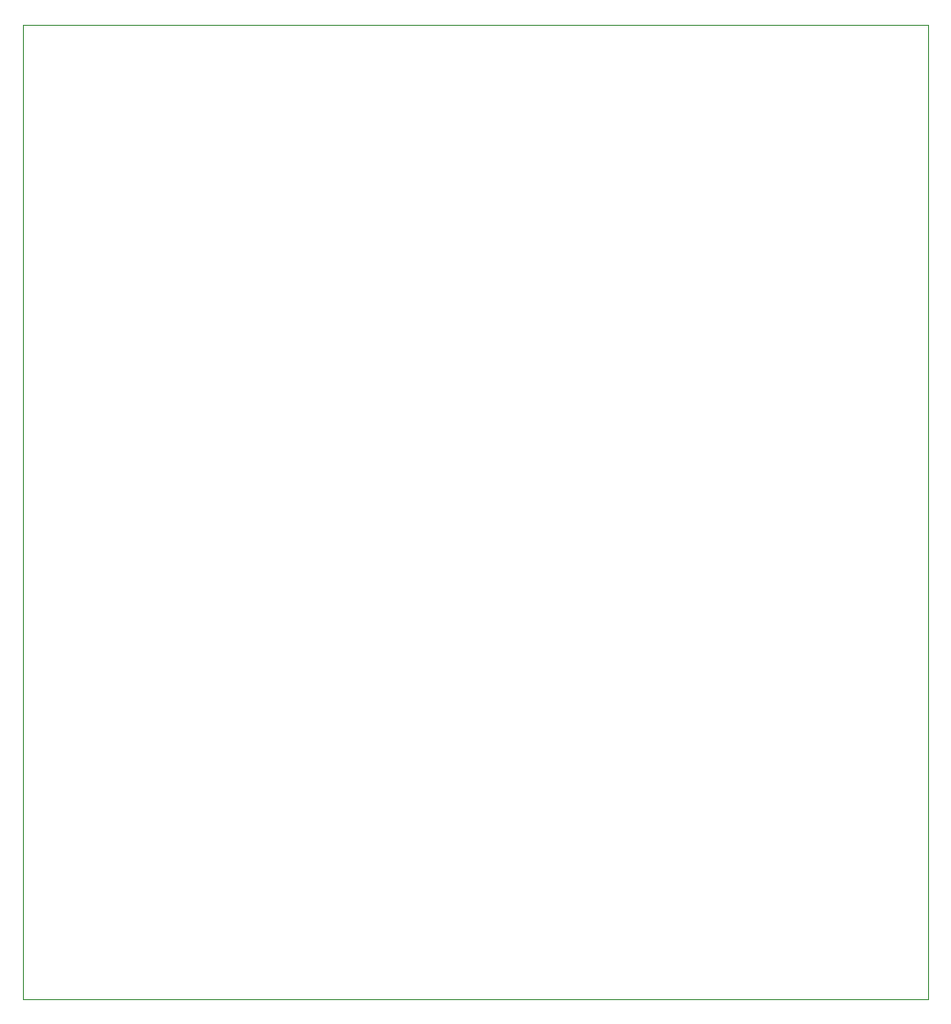
<source format=gm1>
G04 #@! TF.GenerationSoftware,KiCad,Pcbnew,(6.0.1)*
G04 #@! TF.CreationDate,2022-02-06T00:08:44-05:00*
G04 #@! TF.ProjectId,klxecu,6b6c7865-6375-42e6-9b69-6361645f7063,rev?*
G04 #@! TF.SameCoordinates,Original*
G04 #@! TF.FileFunction,Profile,NP*
%FSLAX46Y46*%
G04 Gerber Fmt 4.6, Leading zero omitted, Abs format (unit mm)*
G04 Created by KiCad (PCBNEW (6.0.1)) date 2022-02-06 00:08:44*
%MOMM*%
%LPD*%
G01*
G04 APERTURE LIST*
G04 #@! TA.AperFunction,Profile*
%ADD10C,0.100000*%
G04 #@! TD*
G04 APERTURE END LIST*
D10*
X25400000Y-33020000D02*
X105664000Y-33020000D01*
X105664000Y-33020000D02*
X105664000Y-119380000D01*
X105664000Y-119380000D02*
X25400000Y-119380000D01*
X25400000Y-119380000D02*
X25400000Y-33020000D01*
M02*

</source>
